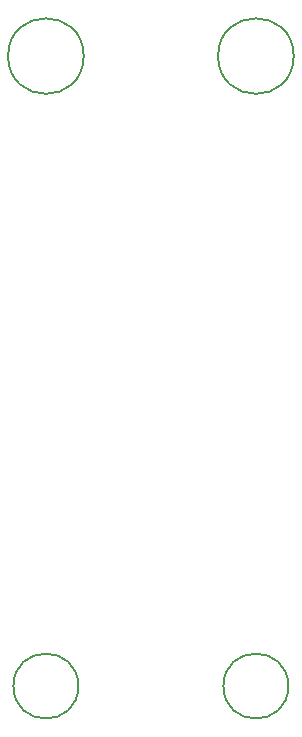
<source format=gbr>
%TF.GenerationSoftware,KiCad,Pcbnew,(6.0.9-0)*%
%TF.CreationDate,2024-06-20T10:27:38+02:00*%
%TF.ProjectId,vca-board,7663612d-626f-4617-9264-2e6b69636164,rev?*%
%TF.SameCoordinates,Original*%
%TF.FileFunction,Other,Comment*%
%FSLAX46Y46*%
G04 Gerber Fmt 4.6, Leading zero omitted, Abs format (unit mm)*
G04 Created by KiCad (PCBNEW (6.0.9-0)) date 2024-06-20 10:27:38*
%MOMM*%
%LPD*%
G01*
G04 APERTURE LIST*
%ADD10C,0.150000*%
G04 APERTURE END LIST*
D10*
%TO.C,H3*%
X56090000Y-99060000D02*
G75*
G03*
X56090000Y-99060000I-2750000J0D01*
G01*
%TO.C,H4*%
X74320000Y-45720000D02*
G75*
G03*
X74320000Y-45720000I-3200000J0D01*
G01*
%TO.C,H2*%
X56540000Y-45720000D02*
G75*
G03*
X56540000Y-45720000I-3200000J0D01*
G01*
%TO.C,H1*%
X73870000Y-99060000D02*
G75*
G03*
X73870000Y-99060000I-2750000J0D01*
G01*
%TD*%
M02*

</source>
